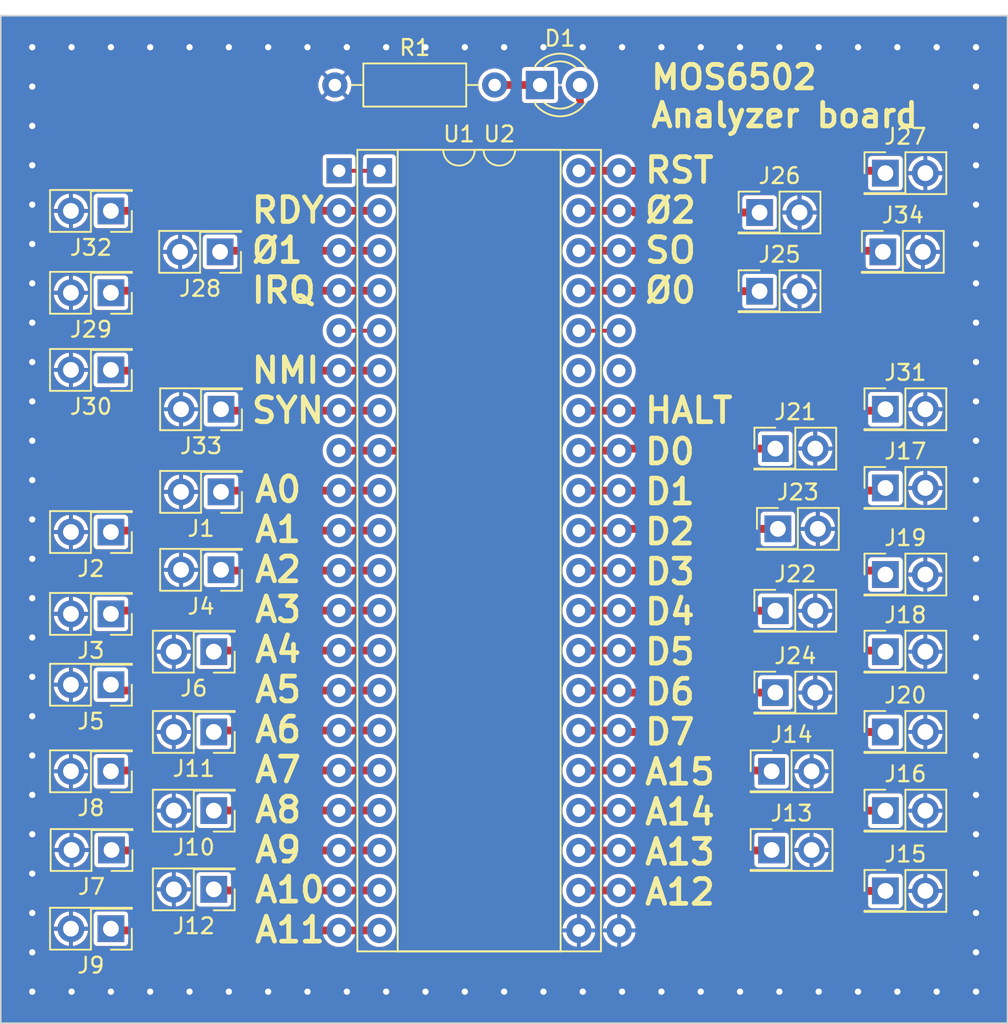
<source format=kicad_pcb>
(kicad_pcb (version 20221018) (generator pcbnew)
  (layers (0 "F.Cu" signal) (31 "B.Cu" signal) (34 "B.Paste" user) (35 "F.Paste" user) (36 "B.SilkS" user "B.Silkscreen") (37 "F.SilkS" user "F.Silkscreen") (38 "B.Mask" user) (39 "F.Mask" user) (44 "Edge.Cuts" user))
  (net 0 "")
  (net 1 "Net-(D1-K)")
  (net 2 "Net-(D1-A)")
  (net 3 "Net-(J1-Pin_1)")
  (net 4 "GND")
  (net 5 "Net-(J2-Pin_1)")
  (net 6 "Net-(J3-Pin_1)")
  (net 7 "Net-(J4-Pin_1)")
  (net 8 "Net-(J5-Pin_1)")
  (net 9 "Net-(J6-Pin_1)")
  (net 10 "Net-(J7-Pin_1)")
  (net 11 "Net-(J8-Pin_1)")
  (net 12 "Net-(J9-Pin_1)")
  (net 13 "Net-(J10-Pin_1)")
  (net 14 "Net-(J11-Pin_1)")
  (net 15 "Net-(J12-Pin_1)")
  (net 16 "Net-(J13-Pin_1)")
  (net 17 "Net-(J14-Pin_1)")
  (net 18 "Net-(J15-Pin_1)")
  (net 19 "Net-(J16-Pin_1)")
  (net 20 "Net-(J17-Pin_1)")
  (net 21 "Net-(J18-Pin_1)")
  (net 22 "Net-(J19-Pin_1)")
  (net 23 "Net-(J20-Pin_1)")
  (net 24 "Net-(J21-Pin_1)")
  (net 25 "Net-(J22-Pin_1)")
  (net 26 "Net-(J23-Pin_1)")
  (net 27 "Net-(J24-Pin_1)")
  (net 28 "Net-(J25-Pin_1)")
  (net 29 "Net-(J26-Pin_1)")
  (net 30 "Net-(J27-Pin_1)")
  (net 31 "Net-(J28-Pin_1)")
  (net 32 "Net-(J29-Pin_1)")
  (net 33 "Net-(J30-Pin_1)")
  (net 34 "Net-(J31-Pin_1)")
  (net 35 "Net-(J32-Pin_1)")
  (net 36 "Net-(J33-Pin_1)")
  (net 37 "Net-(J34-Pin_1)")
  (net 39 "Net-(U1-~{VP})")
  (net 41 "Net-(U1-~{ML})")
  (net 42 "Net-(U1-BE)")
  (footprint "Connector_PinHeader_2.54mm:PinHeader_2x01_P2.54mm_Vertical" (layer "F.Cu") (at 41.54 113.4 180)
    (fp_text reference "J6" (at 1.27 -2.33) (layer "F.SilkS"))
    (fp_text value "Conn_02x01")
    (pad "1" thru_hole rect (at 0 0 180) (size 1.7 1.7) (drill 1) (layers "*.Cu" "*.Mask") (net 9 "Net-(J6-Pin_1)"))
    (pad "2" thru_hole oval (at 2.54 0 180) (size 1.7 1.7) (drill 1) (layers "*.Cu" "*.Mask") (net 4 "GND"))
  )
  (footprint "Connector_PinHeader_2.54mm:PinHeader_2x01_P2.54mm_Vertical" (layer "F.Cu") (at 84.24 123.5)
    (fp_text reference "J16" (at 1.27 -2.33) (layer "F.SilkS"))
    (fp_text value "Conn_02x01")
    (pad "1" thru_hole rect (at 0 0) (size 1.7 1.7) (drill 1) (layers "*.Cu" "*.Mask") (net 19 "Net-(J16-Pin_1)"))
    (pad "2" thru_hole oval (at 2.54 0) (size 1.7 1.7) (drill 1) (layers "*.Cu" "*.Mask") (net 4 "GND"))
  )
  (footprint "Connector_PinHeader_2.54mm:PinHeader_2x01_P2.54mm_Vertical" (layer "F.Cu") (at 77.005 121)
    (fp_text reference "J14" (at 1.27 -2.33) (layer "F.SilkS"))
    (fp_text value "Conn_02x01")
    (pad "1" thru_hole rect (at 0 0) (size 1.7 1.7) (drill 1) (layers "*.Cu" "*.Mask") (net 17 "Net-(J14-Pin_1)"))
    (pad "2" thru_hole oval (at 2.54 0) (size 1.7 1.7) (drill 1) (layers "*.Cu" "*.Mask") (net 4 "GND"))
  )
  (footprint "Connector_PinHeader_2.54mm:PinHeader_2x01_P2.54mm_Vertical" (layer "F.Cu") (at 76.24 90.5)
    (fp_text reference "J25" (at 1.27 -2.33) (layer "F.SilkS"))
    (fp_text value "Conn_02x01")
    (pad "1" thru_hole rect (at 0 0) (size 1.7 1.7) (drill 1) (layers "*.Cu" "*.Mask") (net 28 "Net-(J25-Pin_1)"))
    (pad "2" thru_hole oval (at 2.54 0) (size 1.7 1.7) (drill 1) (layers "*.Cu" "*.Mask") (net 4 "GND"))
  )
  (footprint "Connector_PinHeader_2.54mm:PinHeader_2x01_P2.54mm_Vertical" (layer "F.Cu") (at 35 90.6 180)
    (fp_text reference "J29" (at 1.27 -2.33) (layer "F.SilkS"))
    (fp_text value "Conn_02x01")
    (pad "1" thru_hole rect (at 0 0 180) (size 1.7 1.7) (drill 1) (layers "*.Cu" "*.Mask") (net 32 "Net-(J29-Pin_1)"))
    (pad "2" thru_hole oval (at 2.54 0 180) (size 1.7 1.7) (drill 1) (layers "*.Cu" "*.Mask") (net 4 "GND"))
  )
  (footprint "Connector_PinHeader_2.54mm:PinHeader_2x01_P2.54mm_Vertical" (layer "F.Cu") (at 35 115.5 180)
    (fp_text reference "J5" (at 1.27 -2.33) (layer "F.SilkS"))
    (fp_text value "Conn_02x01")
    (pad "1" thru_hole rect (at 0 0 180) (size 1.7 1.7) (drill 1) (layers "*.Cu" "*.Mask") (net 8 "Net-(J5-Pin_1)"))
    (pad "2" thru_hole oval (at 2.54 0 180) (size 1.7 1.7) (drill 1) (layers "*.Cu" "*.Mask") (net 4 "GND"))
  )
  (footprint "Connector_PinHeader_2.54mm:PinHeader_2x01_P2.54mm_Vertical" (layer "F.Cu") (at 77.24 110.8)
    (fp_text reference "J22" (at 1.27 -2.33) (layer "F.SilkS"))
    (fp_text value "Conn_02x01")
    (pad "1" thru_hole rect (at 0 0) (size 1.7 1.7) (drill 1) (layers "*.Cu" "*.Mask") (net 25 "Net-(J22-Pin_1)"))
    (pad "2" thru_hole oval (at 2.54 0) (size 1.7 1.7) (drill 1) (layers "*.Cu" "*.Mask") (net 4 "GND"))
  )
  (footprint "Package_DIP:DIP-40_W15.24mm" (layer "F.Cu") (at 49.51 82.85)
    (fp_text reference "U1" (at 7.62 -2.33) (layer "F.SilkS"))
    (fp_text value "W65C02SxP")
    (pad "1" thru_hole rect (at 0 0) (size 1.6 1.6) (drill 0.8) (layers "*.Cu" "*.Mask") (net 39 "Net-(U1-~{VP})"))
    (pad "2" thru_hole oval (at 0 2.54) (size 1.6 1.6) (drill 0.8) (layers "*.Cu" "*.Mask") (net 35 "Net-(J32-Pin_1)"))
    (pad "3" thru_hole oval (at 0 5.08) (size 1.6 1.6) (drill 0.8) (layers "*.Cu" "*.Mask") (net 31 "Net-(J28-Pin_1)"))
    (pad "4" thru_hole oval (at 0 7.62) (size 1.6 1.6) (drill 0.8) (layers "*.Cu" "*.Mask") (net 32 "Net-(J29-Pin_1)"))
    (pad "5" thru_hole oval (at 0 10.16) (size 1.6 1.6) (drill 0.8) (layers "*.Cu" "*.Mask") (net 41 "Net-(U1-~{ML})"))
    (pad "6" thru_hole oval (at 0 12.7) (size 1.6 1.6) (drill 0.8) (layers "*.Cu" "*.Mask") (net 33 "Net-(J30-Pin_1)"))
    (pad "7" thru_hole oval (at 0 15.24) (size 1.6 1.6) (drill 0.8) (layers "*.Cu" "*.Mask") (net 36 "Net-(J33-Pin_1)"))
    (pad "8" thru_hole oval (at 0 17.78) (size 1.6 1.6) (drill 0.8) (layers "*.Cu" "*.Mask") (net 2 "Net-(D1-A)"))
    (pad "9" thru_hole oval (at 0 20.32) (size 1.6 1.6) (drill 0.8) (layers "*.Cu" "*.Mask") (net 3 "Net-(J1-Pin_1)"))
    (pad "10" thru_hole oval (at 0 22.86) (size 1.6 1.6) (drill 0.8) (layers "*.Cu" "*.Mask") (net 5 "Net-(J2-Pin_1)"))
    (pad "11" thru_hole oval (at 0 25.4) (size 1.6 1.6) (drill 0.8) (layers "*.Cu" "*.Mask") (net 7 "Net-(J4-Pin_1)"))
    (pad "12" thru_hole oval (at 0 27.94) (size 1.6 1.6) (drill 0.8) (layers "*.Cu" "*.Mask") (net 6 "Net-(J3-Pin_1)"))
    (pad "13" thru_hole oval (at 0 30.48) (size 1.6 1.6) (drill 0.8) (layers "*.Cu" "*.Mask") (net 9 "Net-(J6-Pin_1)"))
    (pad "14" thru_hole oval (at 0 33.02) (size 1.6 1.6) (drill 0.8) (layers "*.Cu" "*.Mask") (net 8 "Net-(J5-Pin_1)"))
    (pad "15" thru_hole oval (at 0 35.56) (size 1.6 1.6) (drill 0.8) (layers "*.Cu" "*.Mask") (net 14 "Net-(J11-Pin_1)"))
    (pad "16" thru_hole oval (at 0 38.1) (size 1.6 1.6) (drill 0.8) (layers "*.Cu" "*.Mask") (net 11 "Net-(J8-Pin_1)"))
    (pad "17" thru_hole oval (at 0 40.64) (size 1.6 1.6) (drill 0.8) (layers "*.Cu" "*.Mask") (net 13 "Net-(J10-Pin_1)"))
    (pad "18" thru_hole oval (at 0 43.18) (size 1.6 1.6) (drill 0.8) (layers "*.Cu" "*.Mask") (net 10 "Net-(J7-Pin_1)"))
    (pad "19" thru_hole oval (at 0 45.72) (size 1.6 1.6) (drill 0.8) (layers "*.Cu" "*.Mask") (net 15 "Net-(J12-Pin_1)"))
    (pad "20" thru_hole oval (at 0 48.26) (size 1.6 1.6) (drill 0.8) (layers "*.Cu" "*.Mask") (net 12 "Net-(J9-Pin_1)"))
    (pad "21" thru_hole oval (at 15.24 48.26) (size 1.6 1.6) (drill 0.8) (layers "*.Cu" "*.Mask") (net 4 "GND"))
    (pad "22" thru_hole oval (at 15.24 45.72) (size 1.6 1.6) (drill 0.8) (layers "*.Cu" "*.Mask") (net 18 "Net-(J15-Pin_1)"))
    (pad "23" thru_hole oval (at 15.24 43.18) (size 1.6 1.6) (drill 0.8) (layers "*.Cu" "*.Mask") (net 16 "Net-(J13-Pin_1)"))
    (pad "24" thru_hole oval (at 15.24 40.64) (size 1.6 1.6) (drill 0.8) (layers "*.Cu" "*.Mask") (net 19 "Net-(J16-Pin_1)"))
    (pad "25" thru_hole oval (at 15.24 38.1) (size 1.6 1.6) (drill 0.8) (layers "*.Cu" "*.Mask") (net 17 "Net-(J14-Pin_1)"))
    (pad "26" thru_hole oval (at 15.24 35.56) (size 1.6 1.6) (drill 0.8) (layers "*.Cu" "*.Mask") (net 23 "Net-(J20-Pin_1)"))
    (pad "27" thru_hole oval (at 15.24 33.02) (size 1.6 1.6) (drill 0.8) (layers "*.Cu" "*.Mask") (net 27 "Net-(J24-Pin_1)"))
    (pad "28" thru_hole oval (at 15.24 30.48) (size 1.6 1.6) (drill 0.8) (layers "*.Cu" "*.Mask") (net 21 "Net-(J18-Pin_1)"))
    (pad "29" thru_hole oval (at 15.24 27.94) (size 1.6 1.6) (drill 0.8) (layers "*.Cu" "*.Mask") (net 25 "Net-(J22-Pin_1)"))
    (pad "30" thru_hole oval (at 15.24 25.4) (size 1.6 1.6) (drill 0.8) (layers "*.Cu" "*.Mask") (net 22 "Net-(J19-Pin_1)"))
    (pad "31" thru_hole oval (at 15.24 22.86) (size 1.6 1.6) (drill 0.8) (layers "*.Cu" "*.Mask") (net 26 "Net-(J23-Pin_1)"))
    (pad "32" thru_hole oval (at 15.24 20.32) (size 1.6 1.6) (drill 0.8) (layers "*.Cu" "*.Mask") (net 20 "Net-(J17-Pin_1)"))
    (pad "33" thru_hole oval (at 15.24 17.78) (size 1.6 1.6) (drill 0.8) (layers "*.Cu" "*.Mask") (net 24 "Net-(J21-Pin_1)"))
    (pad "34" thru_hole oval (at 15.24 15.24) (size 1.6 1.6) (drill 0.8) (layers "*.Cu" "*.Mask") (net 34 "Net-(J31-Pin_1)"))
    (pad "35" thru_hole oval (at 15.24 12.7) (size 1.6 1.6) (drill 0.8) (layers "*.Cu" "*.Mask"))
    (pad "36" thru_hole oval (at 15.24 10.16) (size 1.6 1.6) (drill 0.8) (layers "*.Cu" "*.Mask") (net 42 "Net-(U1-BE)"))
    (pad "37" thru_hole oval (at 15.24 7.62) (size 1.6 1.6) (drill 0.8) (layers "*.Cu" "*.Mask") (net 28 "Net-(J25-Pin_1)"))
    (pad "38" thru_hole oval (at 15.24 5.08) (size 1.6 1.6) (drill 0.8) (layers "*.Cu" "*.Mask") (net 37 "Net-(J34-Pin_1)"))
    (pad "39" thru_hole oval (at 15.24 2.54) (size 1.6 1.6) (drill 0.8) (layers "*.Cu" "*.Mask") (net 29 "Net-(J26-Pin_1)"))
    (pad "40" thru_hole oval (at 15.24 0) (size 1.6 1.6) (drill 0.8) (layers "*.Cu" "*.Mask") (net 30 "Net-(J27-Pin_1)"))
  )
  (footprint "Connector_PinHeader_2.54mm:PinHeader_2x01_P2.54mm_Vertical" (layer "F.Cu") (at 84.24 118.5)
    (fp_text reference "J20" (at 1.27 -2.33) (layer "F.SilkS"))
    (fp_text value "Conn_02x01")
    (pad "1" thru_hole rect (at 0 0) (size 1.7 1.7) (drill 1) (layers "*.Cu" "*.Mask") (net 23 "Net-(J20-Pin_1)"))
    (pad "2" thru_hole oval (at 2.54 0) (size 1.7 1.7) (drill 1) (layers "*.Cu" "*.Mask") (net 4 "GND"))
  )
  (footprint "Package_DIP:DIP-40_W15.24mm" (layer "F.Cu") (at 52.075 82.85)
    (fp_text reference "U2" (at 7.62 -2.33) (layer "F.SilkS"))
    (fp_text value "W65C02SxP")
    (pad "1" thru_hole rect (at 0 0) (size 1.6 1.6) (drill 0.8) (layers "*.Cu" "*.Mask") (net 39 "Net-(U1-~{VP})"))
    (pad "2" thru_hole oval (at 0 2.54) (size 1.6 1.6) (drill 0.8) (layers "*.Cu" "*.Mask") (net 35 "Net-(J32-Pin_1)"))
    (pad "3" thru_hole oval (at 0 5.08) (size 1.6 1.6) (drill 0.8) (layers "*.Cu" "*.Mask") (net 31 "Net-(J28-Pin_1)"))
    (pad "4" thru_hole oval (at 0 7.62) (size 1.6 1.6) (drill 0.8) (layers "*.Cu" "*.Mask") (net 32 "Net-(J29-Pin_1)"))
    (pad "5" thru_hole oval (at 0 10.16) (size 1.6 1.6) (drill 0.8) (layers "*.Cu" "*.Mask") (net 41 "Net-(U1-~{ML})"))
    (pad "6" thru_hole oval (at 0 12.7) (size 1.6 1.6) (drill 0.8) (layers "*.Cu" "*.Mask") (net 33 "Net-(J30-Pin_1)"))
    (pad "7" thru_hole oval (at 0 15.24) (size 1.6 1.6) (drill 0.8) (layers "*.Cu" "*.Mask") (net 36 "Net-(J33-Pin_1)"))
    (pad "8" thru_hole oval (at 0 17.78) (size 1.6 1.6) (drill 0.8) (layers "*.Cu" "*.Mask") (net 2 "Net-(D1-A)"))
    (pad "9" thru_hole oval (at 0 20.32) (size 1.6 1.6) (drill 0.8) (layers "*.Cu" "*.Mask") (net 3 "Net-(J1-Pin_1)"))
    (pad "10" thru_hole oval (at 0 22.86) (size 1.6 1.6) (drill 0.8) (layers "*.Cu" "*.Mask") (net 5 "Net-(J2-Pin_1)"))
    (pad "11" thru_hole oval (at 0 25.4) (size 1.6 1.6) (drill 0.8) (layers "*.Cu" "*.Mask") (net 7 "Net-(J4-Pin_1)"))
    (pad "12" thru_hole oval (at 0 27.94) (size 1.6 1.6) (drill 0.8) (layers "*.Cu" "*.Mask") (net 6 "Net-(J3-Pin_1)"))
    (pad "13" thru_hole oval (at 0 30.48) (size 1.6 1.6) (drill 0.8) (layers "*.Cu" "*.Mask") (net 9 "Net-(J6-Pin_1)"))
    (pad "14" thru_hole oval (at 0 33.02) (size 1.6 1.6) (drill 0.8) (layers "*.Cu" "*.Mask") (net 8 "Net-(J5-Pin_1)"))
    (pad "15" thru_hole oval (at 0 35.56) (size 1.6 1.6) (drill 0.8) (layers "*.Cu" "*.Mask") (net 14 "Net-(J11-Pin_1)"))
    (pad "16" thru_hole oval (at 0 38.1) (size 1.6 1.6) (drill 0.8) (layers "*.Cu" "*.Mask") (net 11 "Net-(J8-Pin_1)"))
    (pad "17" thru_hole oval (at 0 40.64) (size 1.6 1.6) (drill 0.8) (layers "*.Cu" "*.Mask") (net 13 "Net-(J10-Pin_1)"))
    (pad "18" thru_hole oval (at 0 43.18) (size 1.6 1.6) (drill 0.8) (layers "*.Cu" "*.Mask") (net 10 "Net-(J7-Pin_1)"))
    (pad "19" thru_hole oval (at 0 45.72) (size 1.6 1.6) (drill 0.8) (layers "*.Cu" "*.Mask") (net 15 "Net-(J12-Pin_1)"))
    (pad "20" thru_hole oval (at 0 48.26) (size 1.6 1.6) (drill 0.8) (layers "*.Cu" "*.Mask") (net 12 "Net-(J9-Pin_1)"))
    (pad "21" thru_hole oval (at 15.24 48.26) (size 1.6 1.6) (drill 0.8) (layers "*.Cu" "*.Mask") (net 4 "GND"))
    (pad "22" thru_hole oval (at 15.24 45.72) (size 1.6 1.6) (drill 0.8) (layers "*.Cu" "*.Mask") (net 18 "Net-(J15-Pin_1)"))
    (pad "23" thru_hole oval (at 15.24 43.18) (size 1.6 1.6) (drill 0.8) (layers "*.Cu" "*.Mask") (net 16 "Net-(J13-Pin_1)"))
    (pad "24" thru_hole oval (at 15.24 40.64) (size 1.6 1.6) (drill 0.8) (layers "*.Cu" "*.Mask") (net 19 "Net-(J16-Pin_1)"))
    (pad "25" thru_hole oval (at 15.24 38.1) (size 1.6 1.6) (drill 0.8) (layers "*.Cu" "*.Mask") (net 17 "Net-(J14-Pin_1)"))
    (pad "26" thru_hole oval (at 15.24 35.56) (size 1.6 1.6) (drill 0.8) (layers "*.Cu" "*.Mask") (net 23 "Net-(J20-Pin_1)"))
    (pad "27" thru_hole oval (at 15.24 33.02) (size 1.6 1.6) (drill 0.8) (layers "*.Cu" "*.Mask") (net 27 "Net-(J24-Pin_1)"))
    (pad "28" thru_hole oval (at 15.24 30.48) (size 1.6 1.6) (drill 0.8) (layers "*.Cu" "*.Mask") (net 21 "Net-(J18-Pin_1)"))
    (pad "29" thru_hole oval (at 15.24 27.94) (size 1.6 1.6) (drill 0.8) (layers "*.Cu" "*.Mask") (net 25 "Net-(J22-Pin_1)"))
    (pad "30" thru_hole oval (at 15.24 25.4) (size 1.6 1.6) (drill 0.8) (layers "*.Cu" "*.Mask") (net 22 "Net-(J19-Pin_1)"))
    (pad "31" thru_hole oval (at 15.24 22.86) (size 1.6 1.6) (drill 0.8) (layers "*.Cu" "*.Mask") (net 26 "Net-(J23-Pin_1)"))
    (pad "32" thru_hole oval (at 15.24 20.32) (size 1.6 1.6) (drill 0.8) (layers "*.Cu" "*.Mask") (net 20 "Net-(J17-Pin_1)"))
    (pad "33" thru_hole oval (at 15.24 17.78) (size 1.6 1.6) (drill 0.8) (layers "*.Cu" "*.Mask") (net 24 "Net-(J21-Pin_1)"))
    (pad "34" thru_hole oval (at 15.24 15.24) (size 1.6 1.6) (drill 0.8) (layers "*.Cu" "*.Mask") (net 34 "Net-(J31-Pin_1)"))
    (pad "35" thru_hole oval (at 15.24 12.7) (size 1.6 1.6) (drill 0.8) (layers "*.Cu" "*.Mask"))
    (pad "36" thru_hole oval (at 15.24 10.16) (size 1.6 1.6) (drill 0.8) (layers "*.Cu" "*.Mask") (net 42 "Net-(U1-BE)"))
    (pad "37" thru_hole oval (at 15.24 7.62) (size 1.6 1.6) (drill 0.8) (layers "*.Cu" "*.Mask") (net 28 "Net-(J25-Pin_1)"))
    (pad "38" thru_hole oval (at 15.24 5.08) (size 1.6 1.6) (drill 0.8) (layers "*.Cu" "*.Mask") (net 37 "Net-(J34-Pin_1)"))
    (pad "39" thru_hole oval (at 15.24 2.54) (size 1.6 1.6) (drill 0.8) (layers "*.Cu" "*.Mask") (net 29 "Net-(J26-Pin_1)"))
    (pad "40" thru_hole oval (at 15.24 0) (size 1.6 1.6) (drill 0.8) (layers "*.Cu" "*.Mask") (net 30 "Net-(J27-Pin_1)"))
  )
  (footprint "Connector_PinHeader_2.54mm:PinHeader_2x01_P2.54mm_Vertical" (layer "F.Cu") (at 84.24 113.4)
    (fp_text reference "J18" (at 1.27 -2.33) (layer "F.SilkS"))
    (fp_text value "Conn_02x01")
    (pad "1" thru_hole rect (at 0 0) (size 1.7 1.7) (drill 1) (layers "*.Cu" "*.Mask") (net 21 "Net-(J18-Pin_1)"))
    (pad "2" thru_hole oval (at 2.54 0) (size 1.7 1.7) (drill 1) (layers "*.Cu" "*.Mask") (net 4 "GND"))
  )
  (footprint "Connector_PinHeader_2.54mm:PinHeader_2x01_P2.54mm_Vertical" (layer "F.Cu") (at 84.08 88)
    (fp_text reference "J34" (at 1.27 -2.33) (layer "F.SilkS"))
    (fp_text value "Conn_02x01")
    (pad "1" thru_hole rect (at 0 0) (size 1.7 1.7) (drill 1) (layers "*.Cu" "*.Mask") (net 37 "Net-(J34-Pin_1)"))
    (pad "2" thru_hole oval (at 2.54 0) (size 1.7 1.7) (drill 1) (layers "*.Cu" "*.Mask") (net 4 "GND"))
  )
  (footprint "Connector_PinHeader_2.54mm:PinHeader_2x01_P2.54mm_Vertical" (layer "F.Cu") (at 42 98 180)
    (fp_text reference "J33" (at 1.27 -2.33) (layer "F.SilkS"))
    (fp_text value "Conn_02x01")
    (pad "1" thru_hole rect (at 0 0 180) (size 1.7 1.7) (drill 1) (layers "*.Cu" "*.Mask") (net 36 "Net-(J33-Pin_1)"))
    (pad "2" thru_hole oval (at 2.54 0 180) (size 1.7 1.7) (drill 1) (layers "*.Cu" "*.Mask") (net 4 "GND"))
  )
  (footprint "Connector_PinHeader_2.54mm:PinHeader_2x01_P2.54mm_Vertical" (layer "F.Cu") (at 84.24 98)
    (fp_text reference "J31" (at 1.27 -2.33) (layer "F.SilkS"))
    (fp_text value "Conn_02x01")
    (pad "1" thru_hole rect (at 0 0) (size 1.7 1.7) (drill 1) (layers "*.Cu" "*.Mask") (net 34 "Net-(J31-Pin_1)"))
    (pad "2" thru_hole oval (at 2.54 0) (size 1.7 1.7) (drill 1) (layers "*.Cu" "*.Mask") (net 4 "GND"))
  )
  (footprint "Connector_PinHeader_2.54mm:PinHeader_2x01_P2.54mm_Vertical" (layer "F.Cu") (at 35 131 180)
    (fp_text reference "J9" (at 1.27 -2.33) (layer "F.SilkS"))
    (fp_text value "Conn_02x01")
    (pad "1" thru_hole rect (at 0 0 180) (size 1.7 1.7) (drill 1) (layers "*.Cu" "*.Mask") (net 12 "Net-(J9-Pin_1)"))
    (pad "2" thru_hole oval (at 2.54 0 180) (size 1.7 1.7) (drill 1) (layers "*.Cu" "*.Mask") (net 4 "GND"))
  )
  (footprint "Connector_PinHeader_2.54mm:PinHeader_2x01_P2.54mm_Vertical" (layer "F.Cu") (at 84.24 103)
    (fp_text reference "J17" (at 1.27 -2.33) (layer "F.SilkS"))
    (fp_text value "Conn_02x01")
    (pad "1" thru_hole rect (at 0 0) (size 1.7 1.7) (drill 1) (layers "*.Cu" "*.Mask") (net 20 "Net-(J17-Pin_1)"))
    (pad "2" thru_hole oval (at 2.54 0) (size 1.7 1.7) (drill 1) (layers "*.Cu" "*.Mask") (net 4 "GND"))
  )
  (footprint "Connector_PinHeader_2.54mm:PinHeader_2x01_P2.54mm_Vertical" (layer "F.Cu") (at 77.405 105.6)
    (fp_text reference "J23" (at 1.27 -2.33) (layer "F.SilkS"))
    (fp_text value "Conn_02x01")
    (pad "1" thru_hole rect (at 0 0) (size 1.7 1.7) (drill 1) (layers "*.Cu" "*.Mask") (net 26 "Net-(J23-Pin_1)"))
    (pad "2" thru_hole oval (at 2.54 0) (size 1.7 1.7) (drill 1) (layers "*.Cu" "*.Mask") (net 4 "GND"))
  )
  (footprint "Connector_PinHeader_2.54mm:PinHeader_2x01_P2.54mm_Vertical" (layer "F.Cu") (at 35 121 180)
    (fp_text reference "J8" (at 1.27 -2.33) (layer "F.SilkS"))
    (fp_text value "Conn_02x01")
    (pad "1" thru_hole rect (at 0 0 180) (size 1.7 1.7) (drill 1) (layers "*.Cu" "*.Mask") (net 11 "Net-(J8-Pin_1)"))
    (pad "2" thru_hole oval (at 2.54 0 180) (size 1.7 1.7) (drill 1) (layers "*.Cu" "*.Mask") (net 4 "GND"))
  )
  (footprint "Connector_PinHeader_2.54mm:PinHeader_2x01_P2.54mm_Vertical" (layer "F.Cu") (at 41.94 88 180)
    (fp_text reference "J28" (at 1.27 -2.33) (layer "F.SilkS"))
    (fp_text value "Conn_02x01")
    (pad "1" thru_hole rect (at 0 0 180) (size 1.7 1.7) (drill 1) (layers "*.Cu" "*.Mask") (net 31 "Net-(J28-Pin_1)"))
    (pad "2" thru_hole oval (at 2.54 0 180) (size 1.7 1.7) (drill 1) (layers "*.Cu" "*.Mask") (net 4 "GND"))
  )
  (footprint "Resistor_THT:R_Axial_DIN0207_L6.3mm_D2.5mm_P10.16mm_Horizontal" (layer "F.Cu") (at 49.24 77.4)
    (fp_text reference "R1" (at 5.08 -2.37) (layer "F.SilkS"))
    (fp_text value "1K")
    (pad "1" thru_hole circle (at 0 0) (size 1.6 1.6) (drill 0.8) (layers "*.Cu" "*.Mask") (net 4 "GND"))
    (pad "2" thru_hole oval (at 10.16 0) (size 1.6 1.6) (drill 0.8) (layers "*.Cu" "*.Mask") (net 1 "Net-(D1-K)"))
  )
  (footprint "Connector_PinHeader_2.54mm:PinHeader_2x01_P2.54mm_Vertical" (layer "F.Cu") (at 35 111 180)
    (fp_text reference "J3" (at 1.27 -2.33) (layer "F.SilkS"))
    (fp_text value "Conn_02x01")
    (pad "1" thru_hole rect (at 0 0 180) (size 1.7 1.7) (drill 1) (layers "*.Cu" "*.Mask") (net 6 "Net-(J3-Pin_1)"))
    (pad "2" thru_hole oval (at 2.54 0 180) (size 1.7 1.7) (drill 1) (layers "*.Cu" "*.Mask") (net 4 "GND"))
  )
  (footprint "Connector_PinHeader_2.54mm:PinHeader_2x01_P2.54mm_Vertical" (layer "F.Cu") (at 84.24 83)
    (fp_text reference "J27" (at 1.27 -2.33) (layer "F.SilkS"))
    (fp_text value "Conn_02x01")
    (pad "1" thru_hole rect (at 0 0) (size 1.7 1.7) (drill 1) (layers "*.Cu" "*.Mask") (net 30 "Net-(J27-Pin_1)"))
    (pad "2" thru_hole oval (at 2.54 0) (size 1.7 1.7) (drill 1) (layers "*.Cu" "*.Mask") (net 4 "GND"))
  )
  (footprint "Connector_PinHeader_2.54mm:PinHeader_2x01_P2.54mm_Vertical" (layer "F.Cu") (at 35.04 126 180)
    (fp_text reference "J7" (at 1.27 -2.33) (layer "F.SilkS"))
    (fp_text value "Conn_02x01")
    (pad "1" thru_hole rect (at 0 0 180) (size 1.7 1.7) (drill 1) (layers "*.Cu" "*.Mask") (net 10 "Net-(J7-Pin_1)"))
    (pad "2" thru_hole oval (at 2.54 0 180) (size 1.7 1.7) (drill 1) (layers "*.Cu" "*.Mask") (net 4 "GND"))
  )
  (footprint "Connector_PinHeader_2.54mm:PinHeader_2x01_P2.54mm_Vertical" (layer "F.Cu") (at 42 103.25 180)
    (fp_text reference "J1" (at 1.27 -2.33) (layer "F.SilkS"))
    (fp_text value "Conn_02x01")
    (pad "1" thru_hole rect (at 0 0 180) (size 1.7 1.7) (drill 1) (layers "*.Cu" "*.Mask") (net 3 "Net-(J1-Pin_1)"))
    (pad "2" thru_hole oval (at 2.54 0 180) (size 1.7 1.7) (drill 1) (layers "*.Cu" "*.Mask") (net 4 "GND"))
  )
  (footprint "Connector_PinHeader_2.54mm:PinHeader_2x01_P2.54mm_Vertical" (layer "F.Cu") (at 41.54 128.5 180)
    (fp_text reference "J12" (at 1.27 -2.33) (layer "F.SilkS"))
    (fp_text value "Conn_02x01")
    (pad "1" thru_hole rect (at 0 0 180) (size 1.7 1.7) (drill 1) (layers "*.Cu" "*.Mask") (net 15 "Net-(J12-Pin_1)"))
    (pad "2" thru_hole oval (at 2.54 0 180) (size 1.7 1.7) (drill 1) (layers "*.Cu" "*.Mask") (net 4 "GND"))
  )
  (footprint "Connector_PinHeader_2.54mm:PinHeader_2x01_P2.54mm_Vertical" (layer "F.Cu") (at 84.24 108.5)
    (fp_text reference "J19" (at 1.27 -2.33) (layer "F.SilkS"))
    (fp_text value "Conn_02x01")
    (pad "1" thru_hole rect (at 0 0) (size 1.7 1.7) (drill 1) (layers "*.Cu" "*.Mask") (net 22 "Net-(J19-Pin_1)"))
    (pad "2" thru_hole oval (at 2.54 0) (size 1.7 1.7) (drill 1) (layers "*.Cu" "*.Mask") (net 4 "GND"))
  )
  (footprint "LED_THT:LED_D3.0mm" (layer "F.Cu") (at 62.28 77.4)
    (fp_text reference "D1" (at 1.27 -2.96) (layer "F.SilkS"))
    (fp_text value "LED")
    (pad "1" thru_hole rect (at 0 0) (size 1.8 1.8) (drill 0.9) (layers "*.Cu" "*.Mask") (net 1 "Net-(D1-K)"))
    (pad "2" thru_hole circle (at 2.54 0) (size 1.8 1.8) (drill 0.9) (layers "*.Cu" "*.Mask") (net 2 "Net-(D1-A)"))
  )
  (footprint "Connector_PinHeader_2.54mm:PinHeader_2x01_P2.54mm_Vertical" (layer "F.Cu") (at 42 108.2 180)
    (fp_text reference "J4" (at 1.27 -2.33) (layer "F.SilkS"))
    (fp_text value "Conn_02x01")
    (pad "1" thru_hole rect (at 0 0 180) (size 1.7 1.7) (drill 1) (layers "*.Cu" "*.Mask") (net 7 "Net-(J4-Pin_1)"))
    (pad "2" thru_hole oval (at 2.54 0 180) (size 1.7 1.7) (drill 1) (layers "*.Cu" "*.Mask") (net 4 "GND"))
  )
  (footprint "Connector_PinHeader_2.54mm:PinHeader_2x01_P2.54mm_Vertical" (layer "F.Cu") (at 41.54 118.5 180)
    (fp_text reference "J11" (at 1.27 -2.33) (layer "F.SilkS"))
    (fp_text value "Conn_02x01")
    (pad "1" thru_hole rect (at 0 0 180) (size 1.7 1.7) (drill 1) (layers "*.Cu" "*.Mask") (net 14 "Net-(J11-Pin_1)"))
    (pad "2" thru_hole oval (at 2.54 0 180) (size 1.7 1.7) (drill 1) (layers "*.Cu" "*.Mask") (net 4 "GND"))
  )
  (footprint "Connector_PinHeader_2.54mm:PinHeader_2x01_P2.54mm_Vertical" (layer "F.Cu") (at 84.24 128.6)
    (fp_text reference "J15" (at 1.27 -2.33) (layer "F.SilkS"))
    (fp_text value "Conn_02x01")
    (pad "1" thru_hole rect (at 0 0) (size 1.7 1.7) (drill 1) (layers "*.Cu" "*.Mask") (net 18 "Net-(J15-Pin_1)"))
    (pad "2" thru_hole oval (at 2.54 0) (size 1.7 1.7) (drill 1) (layers "*.Cu" "*.Mask") (net 4 "GND"))
  )
  (footprint "Connector_PinHeader_2.54mm:PinHeader_2x01_P2.54mm_Vertical" (layer "F.Cu") (at 41.54 123.5 180)
    (fp_text reference "J10" (at 1.27 -2.33) (layer "F.SilkS"))
    (fp_text value "Conn_02x01")
    (pad "1" thru_hole rect (at 0 0 180) (size 1.7 1.7) (drill 1) (layers "*.Cu" "*.Mask") (net 13 "Net-(J10-Pin_1)"))
    (pad "2" thru_hole oval (at 2.54 0 180) (size 1.7 1.7) (drill 1) (layers "*.Cu" "*.Mask") (net 4 "GND"))
  )
  (footprint "Connector_PinHeader_2.54mm:PinHeader_2x01_P2.54mm_Vertical" (layer "F.Cu") (at 77.24 116)
    (fp_text reference "J24" (at 1.27 -2.33) (layer "F.SilkS"))
    (fp_text value "Conn_02x01")
    (pad "1" thru_hole rect (at 0 0) (size 1.7 1.7) (drill 1) (layers "*.Cu" "*.Mask") (net 27 "Net-(J24-Pin_1)"))
    (pad "2" thru_hole oval (at 2.54 0) (size 1.7 1.7) (drill 1) (layers "*.Cu" "*.Mask") (net 4 "GND"))
  )
  (footprint "Connector_PinHeader_2.54mm:PinHeader_2x01_P2.54mm_Vertical" (layer "F.Cu") (at 35 85.4 180)
    (fp_text reference "J32" (at 1.27 -2.33) (layer "F.SilkS"))
    (fp_text value "Conn_02x01")
    (pad "1" thru_hole rect (at 0 0 180) (size 1.7 1.7) (drill 1) (layers "*.Cu" "*.Mask") (net 35 "Net-(J32-Pin_1)"))
    (pad "2" thru_hole oval (at 2.54 0 180) (size 1.7 1.7) (drill 1) (layers "*.Cu" "*.Mask") (net 4 "GND"))
  )
  (footprint "Connector_PinHeader_2.54mm:PinHeader_2x01_P2.54mm_Vertical" (layer "F.Cu") (at 77.005 126)
    (fp_text reference "J13" (at 1.27 -2.33) (layer "F.SilkS"))
    (fp_text value "Conn_02x01")
    (pad "1" thru_hole rect (at 0 0) (size 1.7 1.7) (drill 1) (layers "*.Cu" "*.Mask") (net 16 "Net-(J13-Pin_1)"))
    (pad "2" thru_hole oval (at 2.54 0) (size 1.7 1.7) (drill 1) (layers "*.Cu" "*.Mask") (net 4 "GND"))
  )
  (footprint "Connector_PinHeader_2.54mm:PinHeader_2x01_P2.54mm_Vertical" (layer "F.Cu") (at 35 105.8 180)
    (fp_text reference "J2" (at 1.27 -2.33) (layer "F.SilkS"))
    (fp_text value "Conn_02x01")
    (pad "1" thru_hole rect (at 0 0 180) (size 1.7 1.7) (drill 1) (layers "*.Cu" "*.Mask") (net 5 "Net-(J2-Pin_1)"))
    (pad "2" thru_hole oval (at 2.54 0 180) (size 1.7 1.7) (drill 1) (layers "*.Cu" "*.Mask") (net 4 "GND"))
  )
  (footprint "Connector_PinHeader_2.54mm:PinHeader_2x01_P2.54mm_Vertical" (layer "F.Cu") (at 77.24 100.5)
    (fp_text reference "J21" (at 1.27 -2.33) (layer "F.SilkS"))
    (fp_text value "Conn_02x01")
    (pad "1" thru_hole rect (at 0 0) (size 1.7 1.7) (drill 1) (layers "*.Cu" "*.Mask") (net 24 "Net-(J21-Pin_1)"))
    (pad "2" thru_hole oval (at 2.54 0) (size 1.7 1.7) (drill 1) (layers "*.Cu" "*.Mask") (net 4 "GND"))
  )
  (footprint "Connector_PinHeader_2.54mm:PinHeader_2x01_P2.54mm_Vertical" (layer "F.Cu") (at 76.24 85.5)
    (fp_text reference "J26" (at 1.27 -2.33) (layer "F.SilkS"))
    (fp_text value "Conn_02x01")
    (pad "1" thru_hole rect (at 0 0) (size 1.7 1.7) (drill 1) (layers "*.Cu" "*.Mask") (net 29 "Net-(J26-Pin_1)"))
    (pad "2" thru_hole oval (at 2.54 0) (size 1.7 1.7) (drill 1) (layers "*.Cu" "*.Mask") (net 4 "GND"))
  )
  (footprint "Connector_PinHeader_2.54mm:PinHeader_2x01_P2.54mm_Vertical" (layer "F.Cu") (at 35 95.5 180)
    (fp_text reference "J30" (at 1.27 -2.33) (layer "F.SilkS"))
    (fp_text value "Conn_02x01")
    (pad "1" thru_hole rect (at 0 0 180) (size 1.7 1.7) (drill 1) (layers "*.Cu" "*.Mask") (net 33 "Net-(J30-Pin_1)"))
    (pad "2" thru_hole oval (at 2.54 0 180) (size 1.7 1.7) (drill 1) (layers "*.Cu" "*.Mask") (net 4 "GND"))
  )
  (gr_line (start 92 73) (end 92 137) (stroke (width 0.1)) (layer "Edge.Cuts"))
  (gr_line (start 28 73) (end 92 73) (stroke (width 0.1)) (layer "Edge.Cuts"))
  (gr_line (start 28 137) (end 28 73) (stroke (width 0.1)) (layer "Edge.Cuts"))
  (gr_line (start 92 137) (end 28 137) (stroke (width 0.1)) (layer "Edge.Cuts"))
  (gr_text "RST\nØ2\nSO\nØ0\n\n\nHALT" (at 68.8 99) (layer "F.SilkS") (effects (font (size 1.58 1.58) (thickness 0.3) bold) (justify left bottom)))
  (gr_text "RDY\nØ1\nIRQ\n\nNMI\nSYN" (at 43.8 99) (layer "F.SilkS") (effects (font (size 1.58 1.58) (thickness 0.3) bold) (justify left bottom)))
  (gr_text "D0\nD1\nD2\nD3\nD4\nD5\nD6\nD7\nA15\nA14\nA13\nA12\n" (at 68.8 129.6) (layer "F.SilkS") (effects (font (size 1.58 1.58) (thickness 0.3) bold) (justify left bottom)))
  (gr_text "MOS6502\nAnalyzer board" (at 69.2 80.2) (layer "F.SilkS") (effects (font (size 1.5 1.5) (thickness 0.3) bold) (justify left bottom)))
  (gr_text "A0\nA1\nA2\nA3\nA4\nA5\nA6\nA7\nA8\nA9\nA10\nA11" (at 44 132) (layer "F.SilkS") (effects (font (size 1.58 1.58) (thickness 0.3) bold) (justify left bottom)))
  (segment (start 62.28 77.4) (end 59.4 77.4) (width 0.5) (layer "F.Cu") (net 1))
  (segment (start 62 80.6) (end 64 80.6) (width 0.5) (layer "F.Cu") (net 2))
  (segment (start 64.82 79.78) (end 64.82 77.4) (width 0.5) (layer "F.Cu") (net 2))
  (segment (start 49.51 100.63) (end 59.37 100.63) (width 0.5) (layer "F.Cu") (net 2))
  (segment (start 61 81.6) (end 62 80.6) (width 0.5) (layer "F.Cu") (net 2))
  (segment (start 61 99) (end 61 81.6) (width 0.5) (layer "F.Cu") (net 2))
  (segment (start 59.37 100.63) (end 61 99) (width 0.5) (layer "F.Cu") (net 2))
  (segment (start 64 80.6) (end 64.82 79.78) (width 0.5) (layer "F.Cu") (net 2))
  (segment (start 52.075 103.17) (end 49.51 103.17) (width 0.5) (layer "F.Cu") (net 3))
  (segment (start 49.51 103.17) (end 42.08 103.17) (width 0.5) (layer "F.Cu") (net 3))
  (segment (start 42.08 103.17) (end 42 103.25) (width 0.5) (layer "F.Cu") (net 3))
  (via (at 90 77.5) (size 0.8) (drill 0.4) (layers "F.Cu" "B.Cu") (net 4))
  (via (at 75 135) (size 0.8) (drill 0.4) (layers "F.Cu" "B.Cu") (net 4))
  (via (at 90 90) (size 0.8) (drill 0.4) (layers "F.Cu" "B.Cu") (net 4))
  (via (at 60 135) (size 0.8) (drill 0.4) (layers "F.Cu" "B.Cu") (net 4))
  (via (at 90 102.5) (size 0.8) (drill 0.4) (layers "F.Cu" "B.Cu") (net 4))
  (via (at 75 75) (size 0.8) (drill 0.4) (layers "F.Cu" "B.Cu") (net 4))
  (via (at 90 110) (size 0.8) (drill 0.4) (layers "F.Cu" "B.Cu") (net 4))
  (via (at 62.5 135) (size 0.8) (drill 0.4) (layers "F.Cu" "B.Cu") (net 4))
  (via (at 90 130) (size 0.8) (drill 0.4) (layers "F.Cu" "B.Cu") (net 4))
  (via (at 30 87.5) (size 0.8) (drill 0.4) (layers "F.Cu" "B.Cu") (net 4))
  (via (at 65 135) (size 0.8) (drill 0.4) (layers "F.Cu" "B.Cu") (net 4))
  (via (at 30 97.5) (size 0.8) (drill 0.4) (layers "F.Cu" "B.Cu") (net 4))
  (via (at 67.5 135) (size 0.8) (drill 0.4) (layers "F.Cu" "B.Cu") (net 4))
  (via (at 90 92.5) (size 0.8) (drill 0.4) (layers "F.Cu" "B.Cu") (net 4))
  (via (at 90 97.5) (size 0.8) (drill 0.4) (layers "F.Cu" "B.Cu") (net 4))
  (via (at 67.5 75) (size 0.8) (drill 0.4) (layers "F.Cu" "B.Cu") (net 4))
  (via (at 60 75) (size 0.8) (drill 0.4) (layers "F.Cu" "B.Cu") (net 4))
  (via (at 32.5 75) (size 0.8) (drill 0.4) (layers "F.Cu" "B.Cu") (net 4))
  (via (at 55 75) (size 0.8) (drill 0.4) (layers "F.Cu" "B.Cu") (net 4))
  (via (at 90 125) (size 0.8) (drill 0.4) (layers "F.Cu" "B.Cu") (net 4))
  (via (at 90 120) (size 0.8) (drill 0.4) (layers "F.Cu" "B.Cu") (net 4))
  (via (at 30 122.5) (size 0.8) (drill 0.4) (layers "F.Cu" "B.Cu") (net 4))
  (via (at 90 127.5) (size 0.8) (drill 0.4) (layers "F.Cu" "B.Cu") (net 4))
  (via (at 62.5 75) (size 0.8) (drill 0.4) (layers "F.Cu" "B.Cu") (net 4))
  (via (at 30 117.5) (size 0.8) (drill 0.4) (layers "F.Cu" "B.Cu") (net 4))
  (via (at 90 112.5) (size 0.8) (drill 0.4) (layers "F.Cu" "B.Cu") (net 4))
  (via (at 90 75) (size 0.8) (drill 0.4) (layers "F.Cu" "B.Cu") (net 4))
  (via (at 30 100) (size 0.8) (drill 0.4) (layers "F.Cu" "B.Cu") (net 4))
  (via (at 32.5 135) (size 0.8) (drill 0.4) (layers "F.Cu" "B.Cu") (net 4))
  (via (at 40 75) (size 0.8) (drill 0.4) (layers "F.Cu" "B.Cu") (net 4))
  (via (at 52.5 75) (size 0.8) (drill 0.4) (layers "F.Cu" "B.Cu") (net 4))
  (via (at 30 120) (size 0.8) (drill 0.4) (layers "F.Cu" "B.Cu") (net 4))
  (via (at 30 132.5) (size 0.8) (drill 0.4) (layers "F.Cu" "B.Cu") (net 4))
  (via (at 52.5 135) (size 0.8) (drill 0.4) (layers "F.Cu" "B.Cu") (net 4))
  (via (at 30 107.5) (size 0.8) (drill 0.4) (layers "F.Cu" "B.Cu") (net 4))
  (via (at 77.5 135) (size 0.8) (drill 0.4) (layers "F.Cu" "B.Cu") (net 4))
  (via (at 30 90) (size 0.8) (drill 0.4) (layers "F.Cu" "B.Cu") (net 4))
  (via (at 50 135) (size 0.8) (drill 0.4) (layers "F.Cu" "B.Cu") (net 4))
  (via (at 30 102.5) (size 0.8) (drill 0.4) (layers "F.Cu" "B.Cu") (net 4))
  (via (at 80 75) (size 0.8) (drill 0.4) (layers "F.Cu" "B.Cu") (net 4))
  (via (at 47.5 75) (size 0.8) (drill 0.4) (layers "F.Cu" "B.Cu") (net 4))
  (via (at 30 80) (size 0.8) (drill 0.4) (layers "F.Cu" "B.Cu") (net 4))
  (via (at 30 130) (size 0.8) (drill 0.4) (layers "F.Cu" "B.Cu") (net 4))
  (via (at 35 75) (size 0.8) (drill 0.4) (layers "F.Cu" "B.Cu") (net 4))
  (via (at 42.5 75) (size 0.8) (drill 0.4) (layers "F.Cu" "B.Cu") (net 4))
  (via (at 30 95) (size 0.8) (drill 0.4) (layers "F.Cu" "B.Cu") (net 4))
  (via (at 37.5 135) (size 0.8) (drill 0.4) (layers "F.Cu" "B.Cu") (net 4))
  (via (at 50 75) (size 0.8) (drill 0.4) (layers "F.Cu" "B.Cu") (net 4))
  (via (at 90 85) (size 0.8) (drill 0.4) (layers "F.Cu" "B.Cu") (net 4))
  (via (at 30 115) (size 0.8) (drill 0.4) (layers "F.Cu" "B.Cu") (net 4))
  (via (at 70 75) (size 0.8) (drill 0.4) (layers "F.Cu" "B.Cu") (net 4))
  (via (at 57.5 135) (size 0.8) (drill 0.4) (layers "F.Cu" "B.Cu") (net 4))
  (via (at 30 112.5) (size 0.8) (drill 0.4) (layers "F.Cu" "B.Cu") (net 4))
  (via (at 45 75) (size 0.8) (drill 0.4) (layers "F.Cu" "B.Cu") (net 4))
  (via (at 30 75) (size 0.8) (drill 0.4) (layers "F.Cu" "B.Cu") (net 4))
  (via (at 45 135) (size 0.8) (drill 0.4) (layers "F.Cu" "B.Cu") (net 4))
  (via (at 30 127.5) (size 0.8) (drill 0.4) (layers "F.Cu" "B.Cu") (net 4))
  (via (at 30 92.5) (size 0.8) (drill 0.4) (layers "F.Cu" "B.Cu") (net 4))
  (via (at 30 135) (size 0.8) (drill 0.4) (layers "F.Cu" "B.Cu") (net 4))
  (via (at 30 77.5) (size 0.8) (drill 0.4) (layers "F.Cu" "B.Cu") (net 4))
  (via (at 72.5 135) (size 0.8) (drill 0.4) (layers "F.Cu" "B.Cu") (net 4))
  (via (at 90 122.5) (size 0.8) (drill 0.4) (layers "F.Cu" "B.Cu") (net 4))
  (via (at 90 132.5) (size 0.8) (drill 0.4) (layers "F.Cu" "B.Cu") (net 4))
  (via (at 77.5 75) (size 0.8) (drill 0.4) (layers "F.Cu" "B.Cu") (net 4))
  (via (at 85 135) (size 0.8) (drill 0.4) (layers "F.Cu" "B.Cu") (net 4))
  (via (at 47.5 135) (size 0.8) (drill 0.4) (layers "F.Cu" "B.Cu") (net 4))
  (via (at 57.5 75) (size 0.8) (drill 0.4) (layers "F.Cu" "B.Cu") (net 4))
  (via (at 90 135) (size 0.8) (drill 0.4) (layers "F.Cu" "B.Cu") (net 4))
  (via (at 30 82.5) (size 0.8) (drill 0.4) (layers "F.Cu" "B.Cu") (net 4))
  (via (at 40 135) (size 0.8) (drill 0.4) (layers "F.Cu" "B.Cu") (net 4))
  (via (at 90 105) (size 0.8) (drill 0.4) (layers "F.Cu" "B.Cu") (net 4))
  (via (at 55 135) (size 0.8) (drill 0.4) (layers "F.Cu" "B.Cu") (net 4))
  (via (at 90 117.5) (size 0.8) (drill 0.4) (layers "F.Cu" "B.Cu") (net 4))
  (via (at 85 75) (size 0.8) (drill 0.4) (layers "F.Cu" "B.Cu") (net 4))
  (via (at 30 105) (size 0.8) (drill 0.4) (layers "F.Cu" "B.Cu") (net 4))
  (via (at 30 110) (size 0.8) (drill 0.4) (layers "F.Cu" "B.Cu") (net 4))
  (via (at 70 135) (size 0.8) (drill 0.4) (layers "F.Cu" "B.Cu") (net 4))
  (via (at 82.5 75) (size 0.8) (drill 0.4) (layers "F.Cu" "B.Cu") (net 4))
  (via (at 42.5 135) (size 0.8) (drill 0.4) (layers "F.Cu" "B.Cu") (net 4))
  (via (at 35 135) (size 0.8) (drill 0.4) (layers "F.Cu" "B.Cu") (net 4))
  (via (at 90 100) (size 0.8) (drill 0.4) (layers "F.Cu" "B.Cu") (net 4))
  (via (at 82.5 135) (size 0.8) (drill 0.4) (layers "F.Cu" "B.Cu") (net 4))
  (via (at 90 82.5) (size 0.8) (drill 0.4) (layers "F.Cu" "B.Cu") (net 4))
  (via (at 72.5 75) (size 0.8) (drill 0.4) (layers "F.Cu" "B.Cu") (net 4))
  (via (at 90 107.5) (size 0.8) (drill 0.4) (layers "F.Cu" "B.Cu") (net 4))
  (via (at 87.5 135) (size 0.8) (drill 0.4) (layers "F.Cu" "B.Cu") (net 4))
  (via (at 90 80) (size 0.8) (drill 0.4) (layers "F.Cu" "B.Cu") (net 4))
  (via (at 80 135) (size 0.8) (drill 0.4) (layers "F.Cu" "B.Cu") (net 4))
  (via (at 30 125) (size 0.8) (drill 0.4) (layers "F.Cu" "B.Cu") (net 4))
  (via (at 37.5 75) (size 0.8) (drill 0.4) (layers "F.Cu" "B.Cu") (net 4))
  (via (at 90 87.5) (size 0.8) (drill 0.4) (layers "F.Cu" "B.Cu") (net 4))
  (via (at 87.5 75) (size 0.8) (drill 0.4) (layers "F.Cu" "B.Cu") (net 4))
  (via (at 65 75) (size 0.8) (drill 0.4) (layers "F.Cu" "B.Cu") (net 4))
  (via (at 90 115) (size 0.8) (drill 0.4) (layers "F.Cu" "B.Cu") (net 4))
  (via (at 30 85) (size 0.8) (drill 0.4) (layers "F.Cu" "B.Cu") (net 4))
  (via (at 90 95) (size 0.8) (drill 0.4) (layers "F.Cu" "B.Cu") (net 4))
  (segment (start 35.09 105.71) (end 35 105.8) (width 0.5) (layer "F.Cu") (net 5))
  (segment (start 49.51 105.71) (end 35.09 105.71) (width 0.5) (layer "F.Cu") (net 5))
  (segment (start 49.51 105.71) (end 52.075 105.71) (width 0.5) (layer "F.Cu") (net 5))
  (segment (start 49.51 110.79) (end 35.21 110.79) (width 0.5) (layer "F.Cu") (net 6))
  (segment (start 52.075 110.79) (end 49.51 110.79) (width 0.5) (layer "F.Cu") (net 6))
  (segment (start 35.21 110.79) (end 35 111) (width 0.5) (layer "F.Cu") (net 6))
  (segment (start 42.05 108.25) (end 42 108.2) (width 0.5) (layer "F.Cu") (net 7))
  (segment (start 52.075 108.25) (end 49.51 108.25) (width 0.5) (layer "F.Cu") (net 7))
  (segment (start 49.51 108.25) (end 42.05 108.25) (width 0.5) (layer "F.Cu") (net 7))
  (segment (start 49.51 115.87) (end 35.37 115.87) (width 0.5) (layer "F.Cu") (net 8))
  (segment (start 52.075 115.87) (end 49.51 115.87) (width 0.5) (layer "F.Cu") (net 8))
  (segment (start 35.37 115.87) (end 35 115.5) (width 0.5) (layer "F.Cu") (net 8))
  (segment (start 41.61 113.33) (end 41.54 113.4) (width 0.5) (layer "F.Cu") (net 9))
  (segment (start 49.51 113.33) (end 41.61 113.33) (width 0.5) (layer "F.Cu") (net 9))
  (segment (start 49.51 113.33) (end 52.075 113.33) (width 0.5) (layer "F.Cu") (net 9))
  (segment (start 49.51 126.03) (end 52.075 126.03) (width 0.5) (layer "F.Cu") (net 10))
  (segment (start 49.51 126.03) (end 35.07 126.03) (width 0.5) (layer "F.Cu") (net 10))
  (segment (start 35.07 126.03) (end 35.04 126) (width 0.5) (layer "F.Cu") (net 10))
  (segment (start 35.05 120.95) (end 35 121) (width 0.5) (layer "F.Cu") (net 11))
  (segment (start 49.51 120.95) (end 35.05 120.95) (width 0.5) (layer "F.Cu") (net 11))
  (segment (start 52.075 120.95) (end 49.51 120.95) (width 0.5) (layer "F.Cu") (net 11))
  (segment (start 35.11 131.11) (end 35 131) (width 0.5) (layer "F.Cu") (net 12))
  (segment (start 52.075 131.11) (end 49.51 131.11) (width 0.5) (layer "F.Cu") (net 12))
  (segment (start 49.51 131.11) (end 35.11 131.11) (width 0.5) (layer "F.Cu") (net 12))
  (segment (start 49.51 123.49) (end 41.55 123.49) (width 0.5) (layer "F.Cu") (net 13))
  (segment (start 49.51 123.49) (end 52.075 123.49) (width 0.5) (layer "F.Cu") (net 13))
  (segment (start 41.55 123.49) (end 41.54 123.5) (width 0.5) (layer "F.Cu") (net 13))
  (segment (start 49.51 118.41) (end 52.075 118.41) (width 0.5) (layer "F.Cu") (net 14))
  (segment (start 49.51 118.41) (end 41.63 118.41) (width 0.5) (layer "F.Cu") (net 14))
  (segment (start 41.63 118.41) (end 41.54 118.5) (width 0.5) (layer "F.Cu") (net 14))
  (segment (start 41.61 128.57) (end 41.54 128.5) (width 0.5) (layer "F.Cu") (net 15))
  (segment (start 49.51 128.57) (end 41.61 128.57) (width 0.5) (layer "F.Cu") (net 15))
  (segment (start 52.075 128.57) (end 49.51 128.57) (width 0.5) (layer "F.Cu") (net 15))
  (segment (start 77.005 126) (end 76.975 126.03) (width 0.5) (layer "F.Cu") (net 16))
  (segment (start 64.75 126.03) (end 67.315 126.03) (width 0.5) (layer "F.Cu") (net 16))
  (segment (start 76.975 126.03) (end 67.315 126.03) (width 0.5) (layer "F.Cu") (net 16))
  (segment (start 67.315 120.95) (end 64.75 120.95) (width 0.5) (layer "F.Cu") (net 17))
  (segment (start 76.955 120.95) (end 67.315 120.95) (width 0.5) (layer "F.Cu") (net 17))
  (segment (start 77.005 121) (end 76.955 120.95) (width 0.5) (layer "F.Cu") (net 17))
  (segment (start 64.78 128.6) (end 64.75 128.57) (width 0.5) (layer "F.Cu") (net 18))
  (segment (start 69.03 128.57) (end 67.315 128.57) (width 0.5) (layer "F.Cu") (net 18))
  (segment (start 84.24 128.6) (end 69.06 128.6) (width 0.5) (layer "F.Cu") (net 18))
  (segment (start 69.06 128.6) (end 69.03 128.57) (width 0.5) (layer "F.Cu") (net 18))
  (segment (start 67.315 128.57) (end 64.75 128.57) (width 0.5) (layer "F.Cu") (net 18))
  (segment (start 69.04 123.5) (end 69.03 123.49) (width 0.5) (layer "F.Cu") (net 19))
  (segment (start 64.76 123.5) (end 64.75 123.49) (width 0.5) (layer "F.Cu") (net 19))
  (segment (start 84.24 123.5) (end 69.04 123.5) (width 0.5) (layer "F.Cu") (net 19))
  (segment (start 67.315 123.49) (end 64.75 123.49) (width 0.5) (layer "F.Cu") (net 19))
  (segment (start 69.03 123.49) (end 67.315 123.49) (width 0.5) (layer "F.Cu") (net 19))
  (segment (start 67.315 103.17) (end 64.75 103.17) (width 0.5) (layer "F.Cu") (net 20))
  (segment (start 84.07 103.17) (end 67.315 103.17) (width 0.5) (layer "F.Cu") (net 20))
  (segment (start 84.24 103) (end 84.07 103.17) (width 0.5) (layer "F.Cu") (net 20))
  (segment (start 67.27 113.33) (end 67.2 113.4) (width 0.5) (layer "F.Cu") (net 21))
  (segment (start 67.315 113.33) (end 64.75 113.33) (width 0.5) (layer "F.Cu") (net 21))
  (segment (start 84.24 113.4) (end 84.17 113.33) (width 0.5) (layer "F.Cu") (net 21))
  (segment (start 84.17 113.33) (end 67.27 113.33) (width 0.5) (layer "F.Cu") (net 21))
  (segment (start 84.24 108.5) (end 83.99 108.25) (width 0.5) (layer "F.Cu") (net 22))
  (segment (start 67.315 108.25) (end 64.75 108.25) (width 0.5) (layer "F.Cu") (net 22))
  (segment (start 83.99 108.25) (end 67.315 108.25) (width 0.5) (layer "F.Cu") (net 22))
  (segment (start 64.84 118.5) (end 64.75 118.41) (width 0.5) (layer "F.Cu") (net 23))
  (segment (start 67.5 118.5) (end 67.4 118.4) (width 0.5) (layer "F.Cu") (net 23))
  (segment (start 67.315 118.41) (end 64.75 118.41) (width 0.5) (layer "F.Cu") (net 23))
  (segment (start 84.24 118.5) (end 67.5 118.5) (width 0.5) (layer "F.Cu") (net 23))
  (segment (start 67.5 100.5) (end 67.4 100.6) (width 0.5) (layer "F.Cu") (net 24))
  (segment (start 77.24 100.5) (end 67.5 100.5) (width 0.5) (layer "F.Cu") (net 24))
  (segment (start 64.88 100.5) (end 64.75 100.63) (width 0.5) (layer "F.Cu") (net 24))
  (segment (start 64.75 100.63) (end 67.315 100.63) (width 0.5) (layer "F.Cu") (net 24))
  (segment (start 77.24 110.8) (end 67.2 110.8) (width 0.5) (layer "F.Cu") (net 25))
  (segment (start 64.76 110.8) (end 64.75 110.79) (width 0.5) (layer "F.Cu") (net 25))
  (segment (start 64.75 110.79) (end 67.315 110.79) (width 0.5) (layer "F.Cu") (net 25))
  (segment (start 64.75 105.71) (end 67.315 105.71) (width 0.5) (layer "F.Cu") (net 26))
  (segment (start 77.405 105.6) (end 66.8 105.6) (width 0.5) (layer "F.Cu") (net 26))
  (segment (start 64.86 105.6) (end 64.75 105.71) (width 0.5) (layer "F.Cu") (net 26))
  (segment (start 67.47 115.87) (end 67.6 116) (width 0.5) (layer "F.Cu") (net 27))
  (segment (start 67.315 115.87) (end 67.47 115.87) (width 0.5) (layer "F.Cu") (net 27))
  (segment (start 77.24 116) (end 67.6 116) (width 0.5) (layer "F.Cu") (net 27))
  (segment (start 67.315 115.87) (end 64.75 115.87) (width 0.5) (layer "F.Cu") (net 27))
  (segment (start 64.88 116) (end 64.75 115.87) (width 0.5) (layer "F.Cu") (net 27))
  (segment (start 69.03 90.47) (end 67.315 90.47) (width 0.5) (layer "F.Cu") (net 28))
  (segment (start 69.06 90.5) (end 69.03 90.47) (width 0.5) (layer "F.Cu") (net 28))
  (segment (start 67.315 90.47) (end 64.75 90.47) (width 0.5) (layer "F.Cu") (net 28))
  (segment (start 64.78 90.5) (end 64.75 90.47) (width 0.5) (layer "F.Cu") (net 28))
  (segment (start 76.24 90.5) (end 69.06 90.5) (width 0.5) (layer "F.Cu") (net 28))
  (segment (start 64.75 85.39) (end 67.315 85.39) (width 0.5) (layer "F.Cu") (net 29))
  (segment (start 76.24 85.5) (end 68.3 85.5) (width 0.5) (layer "F.Cu") (net 29))
  (segment (start 64.86 85.5) (end 64.75 85.39) (width 0.5) (layer "F.Cu") (net 29))
  (segment (start 68.19 85.39) (end 67.315 85.39) (width 0.5) (layer "F.Cu") (net 29))
  (segment (start 68.3 85.5) (end 68.19 85.39) (width 0.5) (layer "F.Cu") (net 29))
  (segment (start 67.315 82.85) (end 64.75 82.85) (width 0.5) (layer "F.Cu") (net 30))
  (segment (start 84.09 82.85) (end 67.315 82.85) (width 0.5) (layer "F.Cu") (net 30))
  (segment (start 84.24 83) (end 84.09 82.85) (width 0.5) (layer "F.Cu") (net 30))
  (segment (start 42.01 87.93) (end 41.94 88) (width 0.5) (layer "F.Cu") (net 31))
  (segment (start 49.51 87.93) (end 52.075 87.93) (width 0.5) (layer "F.Cu") (net 31))
  (segment (start 49.51 87.93) (end 42.01 87.93) (width 0.5) (layer "F.Cu") (net 31))
  (segment (start 49.51 90.47) (end 35.13 90.47) (width 0.5) (layer "F.Cu") (net 32))
  (segment (start 52.075 90.47) (end 49.51 90.47) (width 0.5) (layer "F.Cu") (net 32))
  (segment (start 35.13 90.47) (end 35 90.6) (width 0.5) (layer "F.Cu") (net 32))
  (segment (start 49.51 95.55) (end 35.05 95.55) (width 0.5) (layer "F.Cu") (net 33))
  (segment (start 35.05 95.55) (end 35 95.5) (width 0.5) (layer "F.Cu") (net 33))
  (segment (start 52.075 95.55) (end 49.51 95.55) (width 0.5) (layer "F.Cu") (net 33))
  (segment (start 84.24 98) (end 84.15 98.09) (width 0.5) (layer "F.Cu") (net 34))
  (segment (start 67.315 98.09) (end 64.75 98.09) (width 0.5) (layer "F.Cu") (net 34))
  (segment (start 84.15 98.09) (end 67.315 98.09) (width 0.5) (layer "F.Cu") (net 34))
  (segment (start 49.51 85.39) (end 35.01 85.39) (width 0.5) (layer "F.Cu") (net 35))
  (segment (start 35.01 85.39) (end 35 85.4) (width 0.5) (layer "F.Cu") (net 35))
  (segment (start 49.51 85.39) (end 52.075 85.39) (width 0.5) (layer "F.Cu") (net 35))
  (segment (start 49.51 98.09) (end 52.075 98.09) (width 0.5) (layer "F.Cu") (net 36))
  (segment (start 49.51 98.09) (end 42.09 98.09) (width 0.5) (layer "F.Cu") (net 36))
  (segment (start 42.09 98.09) (end 42 98) (width 0.5) (layer "F.Cu") (net 36))
  (segment (start 84.08 88) (end 84.01 87.93) (width 0.5) (layer "F.Cu") (net 37))
  (segment (start 67.315 87.93) (end 64.75 87.93) (width 0.5) (layer "F.Cu") (net 37))
  (segment (start 84.01 87.93) (end 67.315 87.93) (width 0.5) (layer "F.Cu") (net 37))
  (segment (start 52.075 82.85) (end 49.51 82.85) (width 0.25) (layer "F.Cu") (net 39))
  (segment (start 52.075 93.01) (end 49.51 93.01) (width 0.25) (layer "F.Cu") (net 41))
  (segment (start 64.75 93.01) (end 67.315 93.01) (width 0.25) (layer "F.Cu") (net 42))
  (zone (net 4) (net_name "GND") (layers "F&B.Cu") (connect_pads (clearance 0.25)) (min_thickness 0.25) (fill yes (thermal_gap 0.25) (thermal_bridge_width 0.25))
    (polygon (pts (xy 28 72) (xy 92 72) (xy 92 137) (xy 28 137)))
  )
)
</source>
